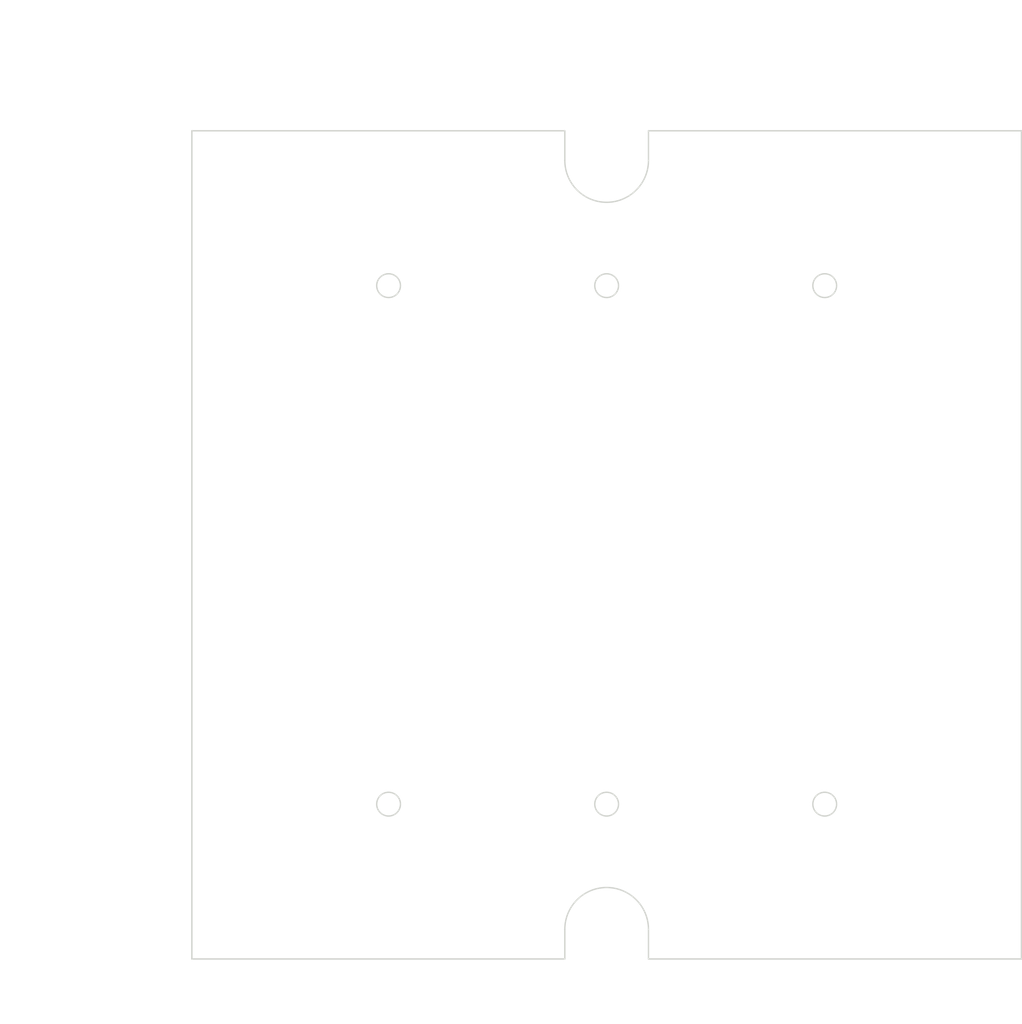
<source format=kicad_pcb>
(kicad_pcb (version 20171130) (host pcbnew "(5.1.0)-1")

  (general
    (thickness 1.6)
    (drawings 83)
    (tracks 0)
    (zones 0)
    (modules 0)
    (nets 1)
  )

  (page A3)
  (layers
    (0 F.Cu signal)
    (31 B.Cu signal)
    (32 B.Adhes user)
    (33 F.Adhes user)
    (34 B.Paste user)
    (35 F.Paste user)
    (36 B.SilkS user)
    (37 F.SilkS user)
    (38 B.Mask user)
    (39 F.Mask user)
    (40 Dwgs.User user)
    (41 Cmts.User user)
    (42 Eco1.User user)
    (43 Eco2.User user)
    (44 Edge.Cuts user)
    (45 Margin user)
    (46 B.CrtYd user)
    (47 F.CrtYd user)
    (48 B.Fab user)
    (49 F.Fab user)
  )

  (setup
    (last_trace_width 0.25)
    (trace_clearance 0.2)
    (zone_clearance 0.508)
    (zone_45_only no)
    (trace_min 0.2)
    (via_size 0.8)
    (via_drill 0.4)
    (via_min_size 0.4)
    (via_min_drill 0.3)
    (uvia_size 0.3)
    (uvia_drill 0.1)
    (uvias_allowed no)
    (uvia_min_size 0.2)
    (uvia_min_drill 0.1)
    (edge_width 0.05)
    (segment_width 0.2)
    (pcb_text_width 0.3)
    (pcb_text_size 1.5 1.5)
    (mod_edge_width 0.12)
    (mod_text_size 1 1)
    (mod_text_width 0.15)
    (pad_size 1.524 1.524)
    (pad_drill 0.762)
    (pad_to_mask_clearance 0.051)
    (solder_mask_min_width 0.25)
    (aux_axis_origin 0 0)
    (visible_elements FFFFFF7F)
    (pcbplotparams
      (layerselection 0x010fc_ffffffff)
      (usegerberextensions false)
      (usegerberattributes false)
      (usegerberadvancedattributes false)
      (creategerberjobfile false)
      (excludeedgelayer true)
      (linewidth 0.152400)
      (plotframeref false)
      (viasonmask false)
      (mode 1)
      (useauxorigin false)
      (hpglpennumber 1)
      (hpglpenspeed 20)
      (hpglpendiameter 15.000000)
      (psnegative false)
      (psa4output false)
      (plotreference true)
      (plotvalue true)
      (plotinvisibletext false)
      (padsonsilk false)
      (subtractmaskfromsilk false)
      (outputformat 1)
      (mirror false)
      (drillshape 1)
      (scaleselection 1)
      (outputdirectory ""))
  )

  (net 0 "")

  (net_class Default "This is the default net class."
    (clearance 0.2)
    (trace_width 0.25)
    (via_dia 0.8)
    (via_drill 0.4)
    (uvia_dia 0.3)
    (uvia_drill 0.1)
  )

  (gr_line (start 149.26564 216.868116) (end 149.26564 94.829212) (layer Edge.Cuts) (width 0.2))
  (gr_line (start 204.249239 216.868116) (end 149.26564 216.868116) (layer Edge.Cuts) (width 0.2))
  (gr_line (start 204.249239 212.499318) (end 204.249239 216.868116) (layer Edge.Cuts) (width 0.2))
  (gr_arc (start 210.41564 212.500914) (end 216.582042 212.502511) (angle -180) (layer Edge.Cuts) (width 0.2))
  (gr_line (start 216.582042 216.868116) (end 216.582042 212.502511) (layer Edge.Cuts) (width 0.2))
  (gr_line (start 271.56564 216.868116) (end 216.582042 216.868116) (layer Edge.Cuts) (width 0.2))
  (gr_line (start 271.56564 94.829212) (end 271.56564 216.868116) (layer Edge.Cuts) (width 0.2))
  (gr_line (start 216.582042 94.829212) (end 271.56564 94.829212) (layer Edge.Cuts) (width 0.2))
  (gr_line (start 216.582042 99.198672) (end 216.582042 94.829212) (layer Edge.Cuts) (width 0.2))
  (gr_arc (start 210.415641 99.196414) (end 204.249239 99.196414) (angle -179.979021) (layer Edge.Cuts) (width 0.2))
  (gr_line (start 204.249239 94.829212) (end 204.249239 99.196414) (layer Edge.Cuts) (width 0.2))
  (gr_line (start 149.26564 94.829212) (end 204.249239 94.829212) (layer Edge.Cuts) (width 0.2))
  (gr_circle (center 178.26564 194.050914) (end 180.01824 194.050914) (layer Edge.Cuts) (width 0.2))
  (gr_circle (center 242.56564 194.050914) (end 244.31824 194.050914) (layer Edge.Cuts) (width 0.2))
  (gr_circle (center 210.41564 117.646414) (end 212.16824 117.646414) (layer Edge.Cuts) (width 0.2))
  (gr_circle (center 178.26564 117.646414) (end 180.01824 117.646414) (layer Edge.Cuts) (width 0.2))
  (gr_circle (center 242.56564 117.646414) (end 244.31824 117.646414) (layer Edge.Cuts) (width 0.2))
  (gr_circle (center 210.41564 194.050914) (end 212.16824 194.050914) (layer Edge.Cuts) (width 0.2))
  (gr_line (start 242.56564 194.140914) (end 242.56564 193.960914) (layer Dwgs.User) (width 0.2))
  (gr_line (start 242.47564 194.050914) (end 242.65564 194.050914) (layer Dwgs.User) (width 0.2))
  (gr_text " ∅3.51\n[∅0.14]" (at 259.031671 221.412802) (layer Dwgs.User)
    (effects (font (size 1.7 1.53) (thickness 0.2125)))
  )
  (gr_line (start 252.494802 221.412802) (end 243.845718 197.578436) (layer Dwgs.User) (width 0.2))
  (gr_line (start 254.494802 221.412802) (end 252.494802 221.412802) (layer Dwgs.User) (width 0.2))
  (gr_text [.41] (at 237.930707 90.746341) (layer Dwgs.User)
    (effects (font (size 1.7 1.53) (thickness 0.2125)))
  )
  (gr_text " 10.53" (at 237.930707 87.188326) (layer Dwgs.User)
    (effects (font (size 1.7 1.53) (thickness 0.2125)))
  )
  (gr_line (start 231.883196 88.85688) (end 233.883196 88.85688) (layer Dwgs.User) (width 0.2))
  (gr_line (start 231.883196 94.829212) (end 231.883196 88.85688) (layer Dwgs.User) (width 0.2))
  (gr_line (start 231.883196 103.362816) (end 231.883196 96.829212) (layer Dwgs.User) (width 0.2))
  (gr_line (start 211.414512 105.362816) (end 235.058196 105.362816) (layer Dwgs.User) (width 0.2))
  (gr_text [.90] (at 136.279226 207.348976) (layer Dwgs.User)
    (effects (font (size 1.7 1.53) (thickness 0.2125)))
  )
  (gr_text " 22.82" (at 136.279226 203.791541) (layer Dwgs.User)
    (effects (font (size 1.7 1.53) (thickness 0.2125)))
  )
  (gr_line (start 136.279226 196.050914) (end 136.279226 201.90208) (layer Dwgs.User) (width 0.2))
  (gr_line (start 136.279226 214.868116) (end 136.279226 209.01695) (layer Dwgs.User) (width 0.2))
  (gr_line (start 177.26564 194.050914) (end 133.104226 194.050914) (layer Dwgs.User) (width 0.2))
  (gr_line (start 148.26564 216.868116) (end 133.104226 216.868116) (layer Dwgs.User) (width 0.2))
  (gr_text [1.14] (at 163.76564 225.100081) (layer Dwgs.User)
    (effects (font (size 1.7 1.53) (thickness 0.2125)))
  )
  (gr_text " 29.00" (at 163.76564 221.542645) (layer Dwgs.User)
    (effects (font (size 1.7 1.53) (thickness 0.2125)))
  )
  (gr_line (start 176.26564 223.210619) (end 167.810252 223.210619) (layer Dwgs.User) (width 0.2))
  (gr_line (start 151.26564 223.210619) (end 159.721029 223.210619) (layer Dwgs.User) (width 0.2))
  (gr_line (start 178.26564 195.050914) (end 178.26564 226.385619) (layer Dwgs.User) (width 0.2))
  (gr_line (start 149.26564 217.868116) (end 149.26564 226.385619) (layer Dwgs.User) (width 0.2))
  (gr_text [1.27] (at 226.49064 225.094871) (layer Dwgs.User)
    (effects (font (size 1.7 1.53) (thickness 0.2125)))
  )
  (gr_text " 32.15" (at 226.49064 221.536856) (layer Dwgs.User)
    (effects (font (size 1.7 1.53) (thickness 0.2125)))
  )
  (gr_line (start 212.41564 223.20541) (end 222.436752 223.20541) (layer Dwgs.User) (width 0.2))
  (gr_line (start 240.56564 223.20541) (end 230.544529 223.20541) (layer Dwgs.User) (width 0.2))
  (gr_line (start 210.41564 195.050914) (end 210.41564 226.38041) (layer Dwgs.User) (width 0.2))
  (gr_line (start 242.56564 195.050914) (end 242.56564 226.38041) (layer Dwgs.User) (width 0.2))
  (gr_text [1.27] (at 194.34064 225.094871) (layer Dwgs.User)
    (effects (font (size 1.7 1.53) (thickness 0.2125)))
  )
  (gr_text " 32.15" (at 194.34064 221.536856) (layer Dwgs.User)
    (effects (font (size 1.7 1.53) (thickness 0.2125)))
  )
  (gr_line (start 208.41564 223.20541) (end 198.394529 223.20541) (layer Dwgs.User) (width 0.2))
  (gr_line (start 180.26564 223.20541) (end 190.286752 223.20541) (layer Dwgs.User) (width 0.2))
  (gr_line (start 210.41564 195.050914) (end 210.41564 226.38041) (layer Dwgs.User) (width 0.2))
  (gr_line (start 178.26564 195.050914) (end 178.26564 226.38041) (layer Dwgs.User) (width 0.2))
  (gr_text [3.01] (at 136.279226 157.738125) (layer Dwgs.User)
    (effects (font (size 1.7 1.53) (thickness 0.2125)))
  )
  (gr_text " 76.40" (at 136.279226 154.18069) (layer Dwgs.User)
    (effects (font (size 1.7 1.53) (thickness 0.2125)))
  )
  (gr_line (start 136.279226 119.646414) (end 136.279226 152.291229) (layer Dwgs.User) (width 0.2))
  (gr_line (start 136.279226 192.050914) (end 136.279226 159.406099) (layer Dwgs.User) (width 0.2))
  (gr_line (start 177.26564 117.646414) (end 133.104226 117.646414) (layer Dwgs.User) (width 0.2))
  (gr_line (start 177.26564 194.050914) (end 133.104226 194.050914) (layer Dwgs.User) (width 0.2))
  (gr_text [2.16] (at 176.75744 89.374129) (layer Dwgs.User)
    (effects (font (size 1.7 1.53) (thickness 0.2125)))
  )
  (gr_text " 54.98" (at 176.75744 85.816693) (layer Dwgs.User)
    (effects (font (size 1.7 1.53) (thickness 0.2125)))
  )
  (gr_line (start 151.26564 87.484667) (end 172.70819 87.484667) (layer Dwgs.User) (width 0.2))
  (gr_line (start 202.249239 87.484667) (end 180.806689 87.484667) (layer Dwgs.User) (width 0.2))
  (gr_line (start 149.26564 93.829212) (end 149.26564 84.309667) (layer Dwgs.User) (width 0.2))
  (gr_line (start 204.249239 93.829212) (end 204.249239 84.309667) (layer Dwgs.User) (width 0.2))
  (gr_text [.49] (at 223.437739 89.113694) (layer Dwgs.User)
    (effects (font (size 1.7 1.53) (thickness 0.2125)))
  )
  (gr_text " 12.33" (at 223.437739 85.555679) (layer Dwgs.User)
    (effects (font (size 1.7 1.53) (thickness 0.2125)))
  )
  (gr_line (start 216.582042 87.224233) (end 219.390229 87.224233) (layer Dwgs.User) (width 0.2))
  (gr_line (start 206.249239 87.224233) (end 214.582042 87.224233) (layer Dwgs.User) (width 0.2))
  (gr_line (start 204.249239 93.829212) (end 204.249239 84.049233) (layer Dwgs.User) (width 0.2))
  (gr_line (start 216.582042 93.829212) (end 216.582042 84.049233) (layer Dwgs.User) (width 0.2))
  (gr_text [4.81] (at 210.41564 80.718673) (layer Dwgs.User)
    (effects (font (size 1.7 1.53) (thickness 0.2125)))
  )
  (gr_text " 122.30" (at 210.41564 77.160658) (layer Dwgs.User)
    (effects (font (size 1.7 1.53) (thickness 0.2125)))
  )
  (gr_line (start 269.56564 78.829212) (end 215.120654 78.829212) (layer Dwgs.User) (width 0.2))
  (gr_line (start 151.26564 78.829212) (end 205.710627 78.829212) (layer Dwgs.User) (width 0.2))
  (gr_line (start 271.56564 93.829212) (end 271.56564 75.654212) (layer Dwgs.User) (width 0.2))
  (gr_line (start 149.26564 93.829212) (end 149.26564 75.654212) (layer Dwgs.User) (width 0.2))
  (gr_text [4.80] (at 125.733163 157.738125) (layer Dwgs.User)
    (effects (font (size 1.7 1.53) (thickness 0.2125)))
  )
  (gr_text " 122.04" (at 125.733163 154.18069) (layer Dwgs.User)
    (effects (font (size 1.7 1.53) (thickness 0.2125)))
  )
  (gr_line (start 125.733163 96.829212) (end 125.733163 152.291229) (layer Dwgs.User) (width 0.2))
  (gr_line (start 125.733163 214.868116) (end 125.733163 159.406099) (layer Dwgs.User) (width 0.2))
  (gr_line (start 148.26564 94.829212) (end 122.558163 94.829212) (layer Dwgs.User) (width 0.2))
  (gr_line (start 148.26564 216.868116) (end 122.558163 216.868116) (layer Dwgs.User) (width 0.2))

)

</source>
